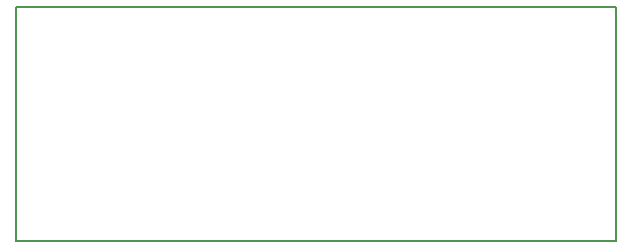
<source format=gm1>
G04 MADE WITH FRITZING*
G04 WWW.FRITZING.ORG*
G04 DOUBLE SIDED*
G04 HOLES PLATED*
G04 CONTOUR ON CENTER OF CONTOUR VECTOR*
%ASAXBY*%
%FSLAX23Y23*%
%MOIN*%
%OFA0B0*%
%SFA1.0B1.0*%
%ADD10R,2.007870X0.787402*%
%ADD11C,0.008000*%
%ADD10C,0.008*%
%LNCONTOUR*%
G90*
G70*
G54D10*
G54D11*
X4Y783D02*
X2004Y783D01*
X2004Y4D01*
X4Y4D01*
X4Y783D01*
D02*
G04 End of contour*
M02*
</source>
